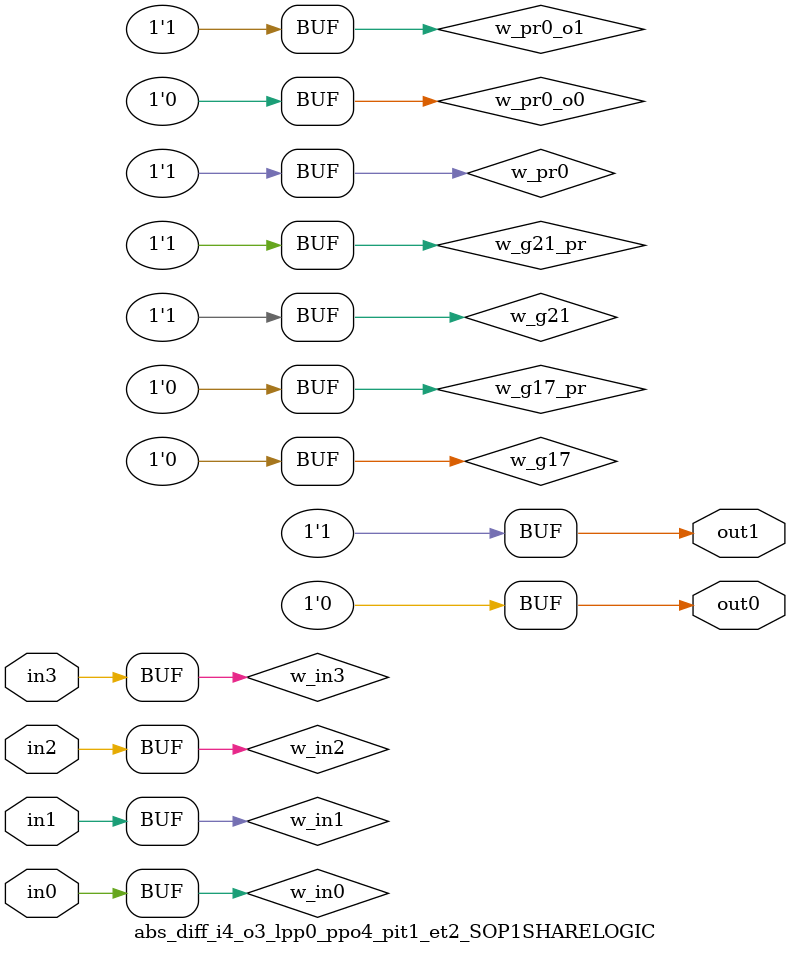
<source format=v>
module abs_diff_i4_o3_lpp0_ppo4_pit1_et2_SOP1SHARELOGIC (in0, in1, in2, in3, out0, out1);
// declaring inputs
input in0,  in1,  in2,  in3;
// declaring outputs
output out0,  out1;
// JSON model input
wire w_in3, w_in2, w_in1, w_in0;
// JSON model output
wire w_g17, w_g21;
//json model
wire w_g17_pr, w_g21_pr, w_pr0_o0, w_pr0_o1, w_pr0;
// JSON model input assign
assign w_in3 = in3;
assign w_in2 = in2;
assign w_in1 = in1;
assign w_in0 = in0;

//json model assigns (approximated Shared/XPAT part)
//assign literals to products
assign w_pr0 = 1;
//if a product has literals and if the product is being "activated" for that output
assign w_pr0_o0 = w_pr0 & 0;
assign w_pr0_o1 = w_pr0 & 1;
//compose an output with corresponding products (OR)
assign w_g17 = w_pr0_o0;
assign w_g21 = w_pr0_o1;
//if an output has products and if it is part of the JSON model
assign w_g17_pr = w_g17 & 0;
assign w_g21_pr = w_g21 & 1;
// output assigns
assign out0 = w_g17_pr;
assign out1 = w_g21_pr;
endmodule
</source>
